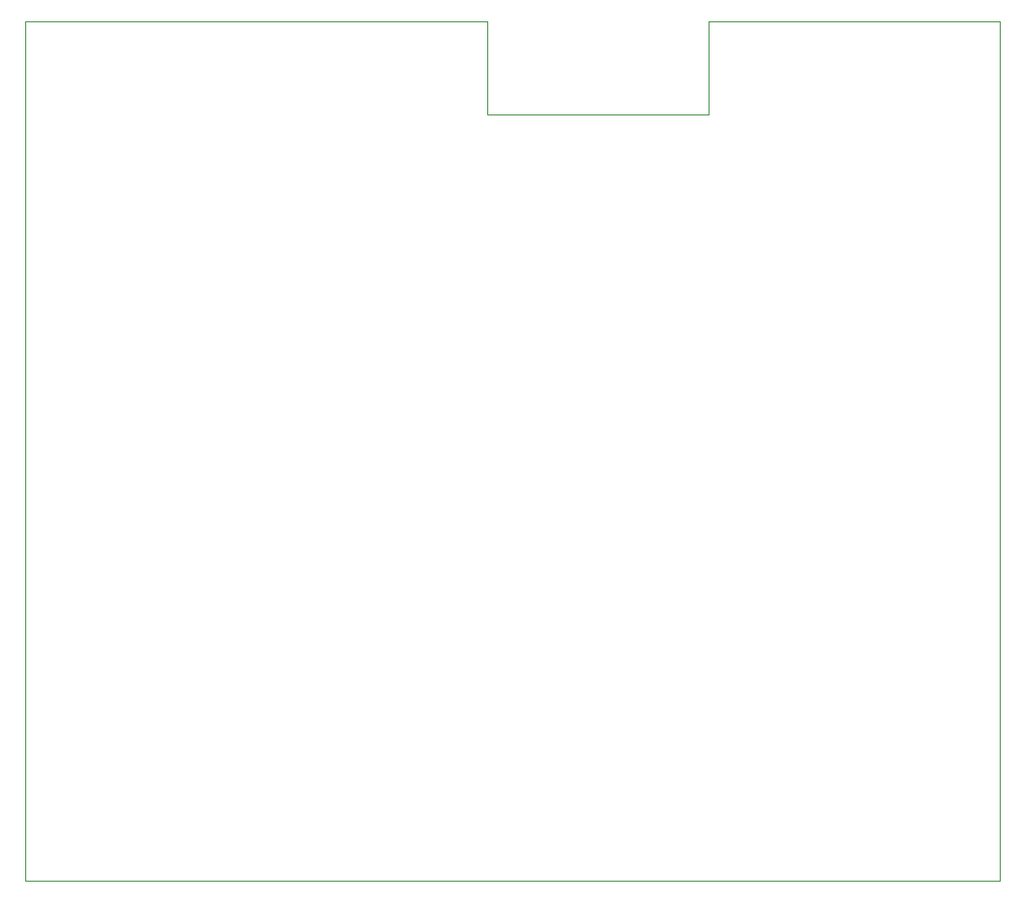
<source format=gbr>
G04 #@! TF.GenerationSoftware,KiCad,Pcbnew,(5.1.0-0)*
G04 #@! TF.CreationDate,2019-10-22T21:45:05+02:00*
G04 #@! TF.ProjectId,esp32,65737033-322e-46b6-9963-61645f706362,rev?*
G04 #@! TF.SameCoordinates,Original*
G04 #@! TF.FileFunction,Profile,NP*
%FSLAX46Y46*%
G04 Gerber Fmt 4.6, Leading zero omitted, Abs format (unit mm)*
G04 Created by KiCad (PCBNEW (5.1.0-0)) date 2019-10-22 21:45:05*
%MOMM*%
%LPD*%
G04 APERTURE LIST*
%ADD10C,0.100000*%
G04 APERTURE END LIST*
D10*
X163000000Y-62000000D02*
X137668000Y-62000000D01*
X137668000Y-70100000D02*
X137668000Y-62000000D01*
X118364000Y-70100000D02*
X137668000Y-70100000D01*
X118364000Y-62000000D02*
X118364000Y-70100000D01*
X78000000Y-62000000D02*
X118364000Y-62000000D01*
X163000000Y-137000000D02*
X78000000Y-137000000D01*
X163000000Y-62000000D02*
X163000000Y-137000000D01*
X78000000Y-137000000D02*
X78000000Y-62000000D01*
M02*

</source>
